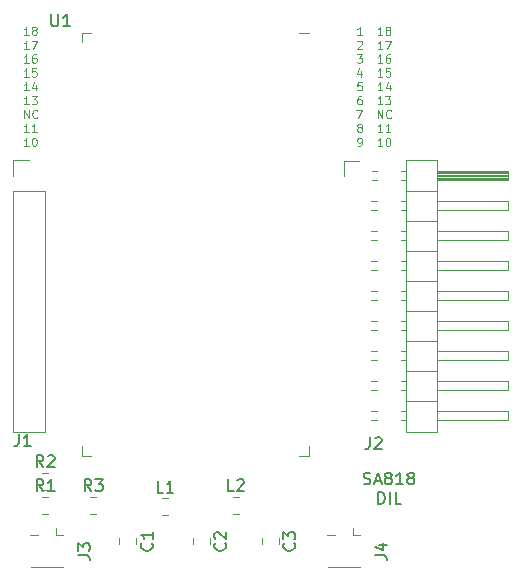
<source format=gbr>
G04 #@! TF.GenerationSoftware,KiCad,Pcbnew,5.1.5+dfsg1-2build2*
G04 #@! TF.CreationDate,2021-10-04T21:53:14-05:00*
G04 #@! TF.ProjectId,SA818_DIL,53413831-385f-4444-994c-2e6b69636164,rev?*
G04 #@! TF.SameCoordinates,Original*
G04 #@! TF.FileFunction,Legend,Top*
G04 #@! TF.FilePolarity,Positive*
%FSLAX46Y46*%
G04 Gerber Fmt 4.6, Leading zero omitted, Abs format (unit mm)*
G04 Created by KiCad (PCBNEW 5.1.5+dfsg1-2build2) date 2021-10-04 21:53:14*
%MOMM*%
%LPD*%
G04 APERTURE LIST*
%ADD10C,0.150000*%
%ADD11C,0.125000*%
%ADD12C,0.120000*%
G04 APERTURE END LIST*
D10*
X130318142Y-140041761D02*
X130461000Y-140089380D01*
X130699095Y-140089380D01*
X130794333Y-140041761D01*
X130841952Y-139994142D01*
X130889571Y-139898904D01*
X130889571Y-139803666D01*
X130841952Y-139708428D01*
X130794333Y-139660809D01*
X130699095Y-139613190D01*
X130508619Y-139565571D01*
X130413380Y-139517952D01*
X130365761Y-139470333D01*
X130318142Y-139375095D01*
X130318142Y-139279857D01*
X130365761Y-139184619D01*
X130413380Y-139137000D01*
X130508619Y-139089380D01*
X130746714Y-139089380D01*
X130889571Y-139137000D01*
X131270523Y-139803666D02*
X131746714Y-139803666D01*
X131175285Y-140089380D02*
X131508619Y-139089380D01*
X131841952Y-140089380D01*
X132318142Y-139517952D02*
X132222904Y-139470333D01*
X132175285Y-139422714D01*
X132127666Y-139327476D01*
X132127666Y-139279857D01*
X132175285Y-139184619D01*
X132222904Y-139137000D01*
X132318142Y-139089380D01*
X132508619Y-139089380D01*
X132603857Y-139137000D01*
X132651476Y-139184619D01*
X132699095Y-139279857D01*
X132699095Y-139327476D01*
X132651476Y-139422714D01*
X132603857Y-139470333D01*
X132508619Y-139517952D01*
X132318142Y-139517952D01*
X132222904Y-139565571D01*
X132175285Y-139613190D01*
X132127666Y-139708428D01*
X132127666Y-139898904D01*
X132175285Y-139994142D01*
X132222904Y-140041761D01*
X132318142Y-140089380D01*
X132508619Y-140089380D01*
X132603857Y-140041761D01*
X132651476Y-139994142D01*
X132699095Y-139898904D01*
X132699095Y-139708428D01*
X132651476Y-139613190D01*
X132603857Y-139565571D01*
X132508619Y-139517952D01*
X133651476Y-140089380D02*
X133080047Y-140089380D01*
X133365761Y-140089380D02*
X133365761Y-139089380D01*
X133270523Y-139232238D01*
X133175285Y-139327476D01*
X133080047Y-139375095D01*
X134222904Y-139517952D02*
X134127666Y-139470333D01*
X134080047Y-139422714D01*
X134032428Y-139327476D01*
X134032428Y-139279857D01*
X134080047Y-139184619D01*
X134127666Y-139137000D01*
X134222904Y-139089380D01*
X134413380Y-139089380D01*
X134508619Y-139137000D01*
X134556238Y-139184619D01*
X134603857Y-139279857D01*
X134603857Y-139327476D01*
X134556238Y-139422714D01*
X134508619Y-139470333D01*
X134413380Y-139517952D01*
X134222904Y-139517952D01*
X134127666Y-139565571D01*
X134080047Y-139613190D01*
X134032428Y-139708428D01*
X134032428Y-139898904D01*
X134080047Y-139994142D01*
X134127666Y-140041761D01*
X134222904Y-140089380D01*
X134413380Y-140089380D01*
X134508619Y-140041761D01*
X134556238Y-139994142D01*
X134603857Y-139898904D01*
X134603857Y-139708428D01*
X134556238Y-139613190D01*
X134508619Y-139565571D01*
X134413380Y-139517952D01*
X131556238Y-141739380D02*
X131556238Y-140739380D01*
X131794333Y-140739380D01*
X131937190Y-140787000D01*
X132032428Y-140882238D01*
X132080047Y-140977476D01*
X132127666Y-141167952D01*
X132127666Y-141310809D01*
X132080047Y-141501285D01*
X132032428Y-141596523D01*
X131937190Y-141691761D01*
X131794333Y-141739380D01*
X131556238Y-141739380D01*
X132556238Y-141739380D02*
X132556238Y-140739380D01*
X133508619Y-141739380D02*
X133032428Y-141739380D01*
X133032428Y-140739380D01*
D11*
X130191000Y-102042666D02*
X129791000Y-102042666D01*
X129991000Y-102042666D02*
X129991000Y-101342666D01*
X129924333Y-101442666D01*
X129857666Y-101509333D01*
X129791000Y-101542666D01*
X131924333Y-102042666D02*
X131524333Y-102042666D01*
X131724333Y-102042666D02*
X131724333Y-101342666D01*
X131657666Y-101442666D01*
X131591000Y-101509333D01*
X131524333Y-101542666D01*
X132324333Y-101642666D02*
X132257666Y-101609333D01*
X132224333Y-101576000D01*
X132191000Y-101509333D01*
X132191000Y-101476000D01*
X132224333Y-101409333D01*
X132257666Y-101376000D01*
X132324333Y-101342666D01*
X132457666Y-101342666D01*
X132524333Y-101376000D01*
X132557666Y-101409333D01*
X132591000Y-101476000D01*
X132591000Y-101509333D01*
X132557666Y-101576000D01*
X132524333Y-101609333D01*
X132457666Y-101642666D01*
X132324333Y-101642666D01*
X132257666Y-101676000D01*
X132224333Y-101709333D01*
X132191000Y-101776000D01*
X132191000Y-101909333D01*
X132224333Y-101976000D01*
X132257666Y-102009333D01*
X132324333Y-102042666D01*
X132457666Y-102042666D01*
X132524333Y-102009333D01*
X132557666Y-101976000D01*
X132591000Y-101909333D01*
X132591000Y-101776000D01*
X132557666Y-101709333D01*
X132524333Y-101676000D01*
X132457666Y-101642666D01*
X129791000Y-102584333D02*
X129824333Y-102551000D01*
X129891000Y-102517666D01*
X130057666Y-102517666D01*
X130124333Y-102551000D01*
X130157666Y-102584333D01*
X130191000Y-102651000D01*
X130191000Y-102717666D01*
X130157666Y-102817666D01*
X129757666Y-103217666D01*
X130191000Y-103217666D01*
X131924333Y-103217666D02*
X131524333Y-103217666D01*
X131724333Y-103217666D02*
X131724333Y-102517666D01*
X131657666Y-102617666D01*
X131591000Y-102684333D01*
X131524333Y-102717666D01*
X132157666Y-102517666D02*
X132624333Y-102517666D01*
X132324333Y-103217666D01*
X129757666Y-103692666D02*
X130191000Y-103692666D01*
X129957666Y-103959333D01*
X130057666Y-103959333D01*
X130124333Y-103992666D01*
X130157666Y-104026000D01*
X130191000Y-104092666D01*
X130191000Y-104259333D01*
X130157666Y-104326000D01*
X130124333Y-104359333D01*
X130057666Y-104392666D01*
X129857666Y-104392666D01*
X129791000Y-104359333D01*
X129757666Y-104326000D01*
X131924333Y-104392666D02*
X131524333Y-104392666D01*
X131724333Y-104392666D02*
X131724333Y-103692666D01*
X131657666Y-103792666D01*
X131591000Y-103859333D01*
X131524333Y-103892666D01*
X132524333Y-103692666D02*
X132391000Y-103692666D01*
X132324333Y-103726000D01*
X132291000Y-103759333D01*
X132224333Y-103859333D01*
X132191000Y-103992666D01*
X132191000Y-104259333D01*
X132224333Y-104326000D01*
X132257666Y-104359333D01*
X132324333Y-104392666D01*
X132457666Y-104392666D01*
X132524333Y-104359333D01*
X132557666Y-104326000D01*
X132591000Y-104259333D01*
X132591000Y-104092666D01*
X132557666Y-104026000D01*
X132524333Y-103992666D01*
X132457666Y-103959333D01*
X132324333Y-103959333D01*
X132257666Y-103992666D01*
X132224333Y-104026000D01*
X132191000Y-104092666D01*
X130124333Y-105101000D02*
X130124333Y-105567666D01*
X129957666Y-104834333D02*
X129791000Y-105334333D01*
X130224333Y-105334333D01*
X131924333Y-105567666D02*
X131524333Y-105567666D01*
X131724333Y-105567666D02*
X131724333Y-104867666D01*
X131657666Y-104967666D01*
X131591000Y-105034333D01*
X131524333Y-105067666D01*
X132557666Y-104867666D02*
X132224333Y-104867666D01*
X132191000Y-105201000D01*
X132224333Y-105167666D01*
X132291000Y-105134333D01*
X132457666Y-105134333D01*
X132524333Y-105167666D01*
X132557666Y-105201000D01*
X132591000Y-105267666D01*
X132591000Y-105434333D01*
X132557666Y-105501000D01*
X132524333Y-105534333D01*
X132457666Y-105567666D01*
X132291000Y-105567666D01*
X132224333Y-105534333D01*
X132191000Y-105501000D01*
X130157666Y-106042666D02*
X129824333Y-106042666D01*
X129791000Y-106376000D01*
X129824333Y-106342666D01*
X129891000Y-106309333D01*
X130057666Y-106309333D01*
X130124333Y-106342666D01*
X130157666Y-106376000D01*
X130191000Y-106442666D01*
X130191000Y-106609333D01*
X130157666Y-106676000D01*
X130124333Y-106709333D01*
X130057666Y-106742666D01*
X129891000Y-106742666D01*
X129824333Y-106709333D01*
X129791000Y-106676000D01*
X131924333Y-106742666D02*
X131524333Y-106742666D01*
X131724333Y-106742666D02*
X131724333Y-106042666D01*
X131657666Y-106142666D01*
X131591000Y-106209333D01*
X131524333Y-106242666D01*
X132524333Y-106276000D02*
X132524333Y-106742666D01*
X132357666Y-106009333D02*
X132191000Y-106509333D01*
X132624333Y-106509333D01*
X130124333Y-107217666D02*
X129991000Y-107217666D01*
X129924333Y-107251000D01*
X129891000Y-107284333D01*
X129824333Y-107384333D01*
X129791000Y-107517666D01*
X129791000Y-107784333D01*
X129824333Y-107851000D01*
X129857666Y-107884333D01*
X129924333Y-107917666D01*
X130057666Y-107917666D01*
X130124333Y-107884333D01*
X130157666Y-107851000D01*
X130191000Y-107784333D01*
X130191000Y-107617666D01*
X130157666Y-107551000D01*
X130124333Y-107517666D01*
X130057666Y-107484333D01*
X129924333Y-107484333D01*
X129857666Y-107517666D01*
X129824333Y-107551000D01*
X129791000Y-107617666D01*
X131924333Y-107917666D02*
X131524333Y-107917666D01*
X131724333Y-107917666D02*
X131724333Y-107217666D01*
X131657666Y-107317666D01*
X131591000Y-107384333D01*
X131524333Y-107417666D01*
X132157666Y-107217666D02*
X132591000Y-107217666D01*
X132357666Y-107484333D01*
X132457666Y-107484333D01*
X132524333Y-107517666D01*
X132557666Y-107551000D01*
X132591000Y-107617666D01*
X132591000Y-107784333D01*
X132557666Y-107851000D01*
X132524333Y-107884333D01*
X132457666Y-107917666D01*
X132257666Y-107917666D01*
X132191000Y-107884333D01*
X132157666Y-107851000D01*
X129707666Y-108392666D02*
X130174333Y-108392666D01*
X129874333Y-109092666D01*
X131507666Y-109092666D02*
X131507666Y-108392666D01*
X131907666Y-109092666D01*
X131907666Y-108392666D01*
X132641000Y-109026000D02*
X132607666Y-109059333D01*
X132507666Y-109092666D01*
X132441000Y-109092666D01*
X132341000Y-109059333D01*
X132274333Y-108992666D01*
X132241000Y-108926000D01*
X132207666Y-108792666D01*
X132207666Y-108692666D01*
X132241000Y-108559333D01*
X132274333Y-108492666D01*
X132341000Y-108426000D01*
X132441000Y-108392666D01*
X132507666Y-108392666D01*
X132607666Y-108426000D01*
X132641000Y-108459333D01*
X129924333Y-109867666D02*
X129857666Y-109834333D01*
X129824333Y-109801000D01*
X129791000Y-109734333D01*
X129791000Y-109701000D01*
X129824333Y-109634333D01*
X129857666Y-109601000D01*
X129924333Y-109567666D01*
X130057666Y-109567666D01*
X130124333Y-109601000D01*
X130157666Y-109634333D01*
X130191000Y-109701000D01*
X130191000Y-109734333D01*
X130157666Y-109801000D01*
X130124333Y-109834333D01*
X130057666Y-109867666D01*
X129924333Y-109867666D01*
X129857666Y-109901000D01*
X129824333Y-109934333D01*
X129791000Y-110001000D01*
X129791000Y-110134333D01*
X129824333Y-110201000D01*
X129857666Y-110234333D01*
X129924333Y-110267666D01*
X130057666Y-110267666D01*
X130124333Y-110234333D01*
X130157666Y-110201000D01*
X130191000Y-110134333D01*
X130191000Y-110001000D01*
X130157666Y-109934333D01*
X130124333Y-109901000D01*
X130057666Y-109867666D01*
X131924333Y-110267666D02*
X131524333Y-110267666D01*
X131724333Y-110267666D02*
X131724333Y-109567666D01*
X131657666Y-109667666D01*
X131591000Y-109734333D01*
X131524333Y-109767666D01*
X132591000Y-110267666D02*
X132191000Y-110267666D01*
X132391000Y-110267666D02*
X132391000Y-109567666D01*
X132324333Y-109667666D01*
X132257666Y-109734333D01*
X132191000Y-109767666D01*
X129857666Y-111442666D02*
X129991000Y-111442666D01*
X130057666Y-111409333D01*
X130091000Y-111376000D01*
X130157666Y-111276000D01*
X130191000Y-111142666D01*
X130191000Y-110876000D01*
X130157666Y-110809333D01*
X130124333Y-110776000D01*
X130057666Y-110742666D01*
X129924333Y-110742666D01*
X129857666Y-110776000D01*
X129824333Y-110809333D01*
X129791000Y-110876000D01*
X129791000Y-111042666D01*
X129824333Y-111109333D01*
X129857666Y-111142666D01*
X129924333Y-111176000D01*
X130057666Y-111176000D01*
X130124333Y-111142666D01*
X130157666Y-111109333D01*
X130191000Y-111042666D01*
X131924333Y-111442666D02*
X131524333Y-111442666D01*
X131724333Y-111442666D02*
X131724333Y-110742666D01*
X131657666Y-110842666D01*
X131591000Y-110909333D01*
X131524333Y-110942666D01*
X132357666Y-110742666D02*
X132424333Y-110742666D01*
X132491000Y-110776000D01*
X132524333Y-110809333D01*
X132557666Y-110876000D01*
X132591000Y-111009333D01*
X132591000Y-111176000D01*
X132557666Y-111309333D01*
X132524333Y-111376000D01*
X132491000Y-111409333D01*
X132424333Y-111442666D01*
X132357666Y-111442666D01*
X132291000Y-111409333D01*
X132257666Y-111376000D01*
X132224333Y-111309333D01*
X132191000Y-111176000D01*
X132191000Y-111009333D01*
X132224333Y-110876000D01*
X132257666Y-110809333D01*
X132291000Y-110776000D01*
X132357666Y-110742666D01*
X101974666Y-102042666D02*
X101574666Y-102042666D01*
X101774666Y-102042666D02*
X101774666Y-101342666D01*
X101708000Y-101442666D01*
X101641333Y-101509333D01*
X101574666Y-101542666D01*
X102374666Y-101642666D02*
X102308000Y-101609333D01*
X102274666Y-101576000D01*
X102241333Y-101509333D01*
X102241333Y-101476000D01*
X102274666Y-101409333D01*
X102308000Y-101376000D01*
X102374666Y-101342666D01*
X102508000Y-101342666D01*
X102574666Y-101376000D01*
X102608000Y-101409333D01*
X102641333Y-101476000D01*
X102641333Y-101509333D01*
X102608000Y-101576000D01*
X102574666Y-101609333D01*
X102508000Y-101642666D01*
X102374666Y-101642666D01*
X102308000Y-101676000D01*
X102274666Y-101709333D01*
X102241333Y-101776000D01*
X102241333Y-101909333D01*
X102274666Y-101976000D01*
X102308000Y-102009333D01*
X102374666Y-102042666D01*
X102508000Y-102042666D01*
X102574666Y-102009333D01*
X102608000Y-101976000D01*
X102641333Y-101909333D01*
X102641333Y-101776000D01*
X102608000Y-101709333D01*
X102574666Y-101676000D01*
X102508000Y-101642666D01*
X101974666Y-103217666D02*
X101574666Y-103217666D01*
X101774666Y-103217666D02*
X101774666Y-102517666D01*
X101708000Y-102617666D01*
X101641333Y-102684333D01*
X101574666Y-102717666D01*
X102208000Y-102517666D02*
X102674666Y-102517666D01*
X102374666Y-103217666D01*
X101974666Y-104392666D02*
X101574666Y-104392666D01*
X101774666Y-104392666D02*
X101774666Y-103692666D01*
X101708000Y-103792666D01*
X101641333Y-103859333D01*
X101574666Y-103892666D01*
X102574666Y-103692666D02*
X102441333Y-103692666D01*
X102374666Y-103726000D01*
X102341333Y-103759333D01*
X102274666Y-103859333D01*
X102241333Y-103992666D01*
X102241333Y-104259333D01*
X102274666Y-104326000D01*
X102308000Y-104359333D01*
X102374666Y-104392666D01*
X102508000Y-104392666D01*
X102574666Y-104359333D01*
X102608000Y-104326000D01*
X102641333Y-104259333D01*
X102641333Y-104092666D01*
X102608000Y-104026000D01*
X102574666Y-103992666D01*
X102508000Y-103959333D01*
X102374666Y-103959333D01*
X102308000Y-103992666D01*
X102274666Y-104026000D01*
X102241333Y-104092666D01*
X101974666Y-105567666D02*
X101574666Y-105567666D01*
X101774666Y-105567666D02*
X101774666Y-104867666D01*
X101708000Y-104967666D01*
X101641333Y-105034333D01*
X101574666Y-105067666D01*
X102608000Y-104867666D02*
X102274666Y-104867666D01*
X102241333Y-105201000D01*
X102274666Y-105167666D01*
X102341333Y-105134333D01*
X102508000Y-105134333D01*
X102574666Y-105167666D01*
X102608000Y-105201000D01*
X102641333Y-105267666D01*
X102641333Y-105434333D01*
X102608000Y-105501000D01*
X102574666Y-105534333D01*
X102508000Y-105567666D01*
X102341333Y-105567666D01*
X102274666Y-105534333D01*
X102241333Y-105501000D01*
X101974666Y-106742666D02*
X101574666Y-106742666D01*
X101774666Y-106742666D02*
X101774666Y-106042666D01*
X101708000Y-106142666D01*
X101641333Y-106209333D01*
X101574666Y-106242666D01*
X102574666Y-106276000D02*
X102574666Y-106742666D01*
X102408000Y-106009333D02*
X102241333Y-106509333D01*
X102674666Y-106509333D01*
X101974666Y-107917666D02*
X101574666Y-107917666D01*
X101774666Y-107917666D02*
X101774666Y-107217666D01*
X101708000Y-107317666D01*
X101641333Y-107384333D01*
X101574666Y-107417666D01*
X102208000Y-107217666D02*
X102641333Y-107217666D01*
X102408000Y-107484333D01*
X102508000Y-107484333D01*
X102574666Y-107517666D01*
X102608000Y-107551000D01*
X102641333Y-107617666D01*
X102641333Y-107784333D01*
X102608000Y-107851000D01*
X102574666Y-107884333D01*
X102508000Y-107917666D01*
X102308000Y-107917666D01*
X102241333Y-107884333D01*
X102208000Y-107851000D01*
X101558000Y-109092666D02*
X101558000Y-108392666D01*
X101958000Y-109092666D01*
X101958000Y-108392666D01*
X102691333Y-109026000D02*
X102658000Y-109059333D01*
X102558000Y-109092666D01*
X102491333Y-109092666D01*
X102391333Y-109059333D01*
X102324666Y-108992666D01*
X102291333Y-108926000D01*
X102258000Y-108792666D01*
X102258000Y-108692666D01*
X102291333Y-108559333D01*
X102324666Y-108492666D01*
X102391333Y-108426000D01*
X102491333Y-108392666D01*
X102558000Y-108392666D01*
X102658000Y-108426000D01*
X102691333Y-108459333D01*
X101974666Y-110267666D02*
X101574666Y-110267666D01*
X101774666Y-110267666D02*
X101774666Y-109567666D01*
X101708000Y-109667666D01*
X101641333Y-109734333D01*
X101574666Y-109767666D01*
X102641333Y-110267666D02*
X102241333Y-110267666D01*
X102441333Y-110267666D02*
X102441333Y-109567666D01*
X102374666Y-109667666D01*
X102308000Y-109734333D01*
X102241333Y-109767666D01*
X101974666Y-111442666D02*
X101574666Y-111442666D01*
X101774666Y-111442666D02*
X101774666Y-110742666D01*
X101708000Y-110842666D01*
X101641333Y-110909333D01*
X101574666Y-110942666D01*
X102408000Y-110742666D02*
X102474666Y-110742666D01*
X102541333Y-110776000D01*
X102574666Y-110809333D01*
X102608000Y-110876000D01*
X102641333Y-111009333D01*
X102641333Y-111176000D01*
X102608000Y-111309333D01*
X102574666Y-111376000D01*
X102541333Y-111409333D01*
X102474666Y-111442666D01*
X102408000Y-111442666D01*
X102341333Y-111409333D01*
X102308000Y-111376000D01*
X102274666Y-111309333D01*
X102241333Y-111176000D01*
X102241333Y-111009333D01*
X102274666Y-110876000D01*
X102308000Y-110809333D01*
X102341333Y-110776000D01*
X102408000Y-110742666D01*
D12*
X130051000Y-144403000D02*
X129411000Y-144403000D01*
X127251000Y-144403000D02*
X127891000Y-144403000D01*
X129411000Y-144403000D02*
X129411000Y-143773000D01*
X130001000Y-147123000D02*
X127301000Y-147123000D01*
X107180748Y-142569000D02*
X107703252Y-142569000D01*
X107180748Y-141149000D02*
X107703252Y-141149000D01*
X103116748Y-140537000D02*
X103639252Y-140537000D01*
X103116748Y-139117000D02*
X103639252Y-139117000D01*
X119245748Y-142569000D02*
X119768252Y-142569000D01*
X119245748Y-141149000D02*
X119768252Y-141149000D01*
X113276748Y-142696000D02*
X113799252Y-142696000D01*
X113276748Y-141276000D02*
X113799252Y-141276000D01*
X121718000Y-144645748D02*
X121718000Y-145168252D01*
X123138000Y-144645748D02*
X123138000Y-145168252D01*
X115876000Y-144645748D02*
X115876000Y-145168252D01*
X117296000Y-144645748D02*
X117296000Y-145168252D01*
X109653000Y-144645748D02*
X109653000Y-145168252D01*
X111073000Y-144645748D02*
X111073000Y-145168252D01*
X103116748Y-142569000D02*
X103639252Y-142569000D01*
X103116748Y-141149000D02*
X103639252Y-141149000D01*
X104900000Y-144403000D02*
X104260000Y-144403000D01*
X102100000Y-144403000D02*
X102740000Y-144403000D01*
X104260000Y-144403000D02*
X104260000Y-143773000D01*
X104850000Y-147123000D02*
X102150000Y-147123000D01*
X128651000Y-112700000D02*
X129921000Y-112700000D01*
X128651000Y-113970000D02*
X128651000Y-112700000D01*
X130963929Y-134670000D02*
X131418071Y-134670000D01*
X130963929Y-133910000D02*
X131418071Y-133910000D01*
X133503929Y-134670000D02*
X133901000Y-134670000D01*
X133503929Y-133910000D02*
X133901000Y-133910000D01*
X142561000Y-134670000D02*
X136561000Y-134670000D01*
X142561000Y-133910000D02*
X142561000Y-134670000D01*
X136561000Y-133910000D02*
X142561000Y-133910000D01*
X133901000Y-133020000D02*
X136561000Y-133020000D01*
X130963929Y-132130000D02*
X131418071Y-132130000D01*
X130963929Y-131370000D02*
X131418071Y-131370000D01*
X133503929Y-132130000D02*
X133901000Y-132130000D01*
X133503929Y-131370000D02*
X133901000Y-131370000D01*
X142561000Y-132130000D02*
X136561000Y-132130000D01*
X142561000Y-131370000D02*
X142561000Y-132130000D01*
X136561000Y-131370000D02*
X142561000Y-131370000D01*
X133901000Y-130480000D02*
X136561000Y-130480000D01*
X130963929Y-129590000D02*
X131418071Y-129590000D01*
X130963929Y-128830000D02*
X131418071Y-128830000D01*
X133503929Y-129590000D02*
X133901000Y-129590000D01*
X133503929Y-128830000D02*
X133901000Y-128830000D01*
X142561000Y-129590000D02*
X136561000Y-129590000D01*
X142561000Y-128830000D02*
X142561000Y-129590000D01*
X136561000Y-128830000D02*
X142561000Y-128830000D01*
X133901000Y-127940000D02*
X136561000Y-127940000D01*
X130963929Y-127050000D02*
X131418071Y-127050000D01*
X130963929Y-126290000D02*
X131418071Y-126290000D01*
X133503929Y-127050000D02*
X133901000Y-127050000D01*
X133503929Y-126290000D02*
X133901000Y-126290000D01*
X142561000Y-127050000D02*
X136561000Y-127050000D01*
X142561000Y-126290000D02*
X142561000Y-127050000D01*
X136561000Y-126290000D02*
X142561000Y-126290000D01*
X133901000Y-125400000D02*
X136561000Y-125400000D01*
X130963929Y-124510000D02*
X131418071Y-124510000D01*
X130963929Y-123750000D02*
X131418071Y-123750000D01*
X133503929Y-124510000D02*
X133901000Y-124510000D01*
X133503929Y-123750000D02*
X133901000Y-123750000D01*
X142561000Y-124510000D02*
X136561000Y-124510000D01*
X142561000Y-123750000D02*
X142561000Y-124510000D01*
X136561000Y-123750000D02*
X142561000Y-123750000D01*
X133901000Y-122860000D02*
X136561000Y-122860000D01*
X130963929Y-121970000D02*
X131418071Y-121970000D01*
X130963929Y-121210000D02*
X131418071Y-121210000D01*
X133503929Y-121970000D02*
X133901000Y-121970000D01*
X133503929Y-121210000D02*
X133901000Y-121210000D01*
X142561000Y-121970000D02*
X136561000Y-121970000D01*
X142561000Y-121210000D02*
X142561000Y-121970000D01*
X136561000Y-121210000D02*
X142561000Y-121210000D01*
X133901000Y-120320000D02*
X136561000Y-120320000D01*
X130963929Y-119430000D02*
X131418071Y-119430000D01*
X130963929Y-118670000D02*
X131418071Y-118670000D01*
X133503929Y-119430000D02*
X133901000Y-119430000D01*
X133503929Y-118670000D02*
X133901000Y-118670000D01*
X142561000Y-119430000D02*
X136561000Y-119430000D01*
X142561000Y-118670000D02*
X142561000Y-119430000D01*
X136561000Y-118670000D02*
X142561000Y-118670000D01*
X133901000Y-117780000D02*
X136561000Y-117780000D01*
X130963929Y-116890000D02*
X131418071Y-116890000D01*
X130963929Y-116130000D02*
X131418071Y-116130000D01*
X133503929Y-116890000D02*
X133901000Y-116890000D01*
X133503929Y-116130000D02*
X133901000Y-116130000D01*
X142561000Y-116890000D02*
X136561000Y-116890000D01*
X142561000Y-116130000D02*
X142561000Y-116890000D01*
X136561000Y-116130000D02*
X142561000Y-116130000D01*
X133901000Y-115240000D02*
X136561000Y-115240000D01*
X131031000Y-114350000D02*
X131418071Y-114350000D01*
X131031000Y-113590000D02*
X131418071Y-113590000D01*
X133503929Y-114350000D02*
X133901000Y-114350000D01*
X133503929Y-113590000D02*
X133901000Y-113590000D01*
X136561000Y-114250000D02*
X142561000Y-114250000D01*
X136561000Y-114130000D02*
X142561000Y-114130000D01*
X136561000Y-114010000D02*
X142561000Y-114010000D01*
X136561000Y-113890000D02*
X142561000Y-113890000D01*
X136561000Y-113770000D02*
X142561000Y-113770000D01*
X136561000Y-113650000D02*
X142561000Y-113650000D01*
X142561000Y-114350000D02*
X136561000Y-114350000D01*
X142561000Y-113590000D02*
X142561000Y-114350000D01*
X136561000Y-113590000D02*
X142561000Y-113590000D01*
X136561000Y-112640000D02*
X133901000Y-112640000D01*
X136561000Y-135620000D02*
X136561000Y-112640000D01*
X133901000Y-135620000D02*
X136561000Y-135620000D01*
X133901000Y-112640000D02*
X133901000Y-135620000D01*
X100651000Y-112640000D02*
X101981000Y-112640000D01*
X100651000Y-113970000D02*
X100651000Y-112640000D01*
X100651000Y-115240000D02*
X103311000Y-115240000D01*
X103311000Y-115240000D02*
X103311000Y-135620000D01*
X100651000Y-115240000D02*
X100651000Y-135620000D01*
X100651000Y-135620000D02*
X103311000Y-135620000D01*
X106458000Y-101841000D02*
X107278000Y-101841000D01*
X106458000Y-102661000D02*
X106458000Y-101841000D01*
X125698000Y-101841000D02*
X124878000Y-101841000D01*
X106458000Y-136861000D02*
X106458000Y-137681000D01*
X107278000Y-137681000D02*
X106458000Y-137681000D01*
X125698000Y-136861000D02*
X125698000Y-137681000D01*
X124878000Y-137681000D02*
X125698000Y-137681000D01*
D10*
X131303380Y-146096333D02*
X132017666Y-146096333D01*
X132160523Y-146143952D01*
X132255761Y-146239190D01*
X132303380Y-146382047D01*
X132303380Y-146477285D01*
X131636714Y-145191571D02*
X132303380Y-145191571D01*
X131255761Y-145429666D02*
X131970047Y-145667761D01*
X131970047Y-145048714D01*
X107275333Y-140661380D02*
X106942000Y-140185190D01*
X106703904Y-140661380D02*
X106703904Y-139661380D01*
X107084857Y-139661380D01*
X107180095Y-139709000D01*
X107227714Y-139756619D01*
X107275333Y-139851857D01*
X107275333Y-139994714D01*
X107227714Y-140089952D01*
X107180095Y-140137571D01*
X107084857Y-140185190D01*
X106703904Y-140185190D01*
X107608666Y-139661380D02*
X108227714Y-139661380D01*
X107894380Y-140042333D01*
X108037238Y-140042333D01*
X108132476Y-140089952D01*
X108180095Y-140137571D01*
X108227714Y-140232809D01*
X108227714Y-140470904D01*
X108180095Y-140566142D01*
X108132476Y-140613761D01*
X108037238Y-140661380D01*
X107751523Y-140661380D01*
X107656285Y-140613761D01*
X107608666Y-140566142D01*
X103211333Y-138629380D02*
X102878000Y-138153190D01*
X102639904Y-138629380D02*
X102639904Y-137629380D01*
X103020857Y-137629380D01*
X103116095Y-137677000D01*
X103163714Y-137724619D01*
X103211333Y-137819857D01*
X103211333Y-137962714D01*
X103163714Y-138057952D01*
X103116095Y-138105571D01*
X103020857Y-138153190D01*
X102639904Y-138153190D01*
X103592285Y-137724619D02*
X103639904Y-137677000D01*
X103735142Y-137629380D01*
X103973238Y-137629380D01*
X104068476Y-137677000D01*
X104116095Y-137724619D01*
X104163714Y-137819857D01*
X104163714Y-137915095D01*
X104116095Y-138057952D01*
X103544666Y-138629380D01*
X104163714Y-138629380D01*
X119340333Y-140661380D02*
X118864142Y-140661380D01*
X118864142Y-139661380D01*
X119626047Y-139756619D02*
X119673666Y-139709000D01*
X119768904Y-139661380D01*
X120007000Y-139661380D01*
X120102238Y-139709000D01*
X120149857Y-139756619D01*
X120197476Y-139851857D01*
X120197476Y-139947095D01*
X120149857Y-140089952D01*
X119578428Y-140661380D01*
X120197476Y-140661380D01*
X113371333Y-140788380D02*
X112895142Y-140788380D01*
X112895142Y-139788380D01*
X114228476Y-140788380D02*
X113657047Y-140788380D01*
X113942761Y-140788380D02*
X113942761Y-139788380D01*
X113847523Y-139931238D01*
X113752285Y-140026476D01*
X113657047Y-140074095D01*
X124435142Y-145073666D02*
X124482761Y-145121285D01*
X124530380Y-145264142D01*
X124530380Y-145359380D01*
X124482761Y-145502238D01*
X124387523Y-145597476D01*
X124292285Y-145645095D01*
X124101809Y-145692714D01*
X123958952Y-145692714D01*
X123768476Y-145645095D01*
X123673238Y-145597476D01*
X123578000Y-145502238D01*
X123530380Y-145359380D01*
X123530380Y-145264142D01*
X123578000Y-145121285D01*
X123625619Y-145073666D01*
X123530380Y-144740333D02*
X123530380Y-144121285D01*
X123911333Y-144454619D01*
X123911333Y-144311761D01*
X123958952Y-144216523D01*
X124006571Y-144168904D01*
X124101809Y-144121285D01*
X124339904Y-144121285D01*
X124435142Y-144168904D01*
X124482761Y-144216523D01*
X124530380Y-144311761D01*
X124530380Y-144597476D01*
X124482761Y-144692714D01*
X124435142Y-144740333D01*
X118593142Y-145073666D02*
X118640761Y-145121285D01*
X118688380Y-145264142D01*
X118688380Y-145359380D01*
X118640761Y-145502238D01*
X118545523Y-145597476D01*
X118450285Y-145645095D01*
X118259809Y-145692714D01*
X118116952Y-145692714D01*
X117926476Y-145645095D01*
X117831238Y-145597476D01*
X117736000Y-145502238D01*
X117688380Y-145359380D01*
X117688380Y-145264142D01*
X117736000Y-145121285D01*
X117783619Y-145073666D01*
X117783619Y-144692714D02*
X117736000Y-144645095D01*
X117688380Y-144549857D01*
X117688380Y-144311761D01*
X117736000Y-144216523D01*
X117783619Y-144168904D01*
X117878857Y-144121285D01*
X117974095Y-144121285D01*
X118116952Y-144168904D01*
X118688380Y-144740333D01*
X118688380Y-144121285D01*
X112370142Y-145073666D02*
X112417761Y-145121285D01*
X112465380Y-145264142D01*
X112465380Y-145359380D01*
X112417761Y-145502238D01*
X112322523Y-145597476D01*
X112227285Y-145645095D01*
X112036809Y-145692714D01*
X111893952Y-145692714D01*
X111703476Y-145645095D01*
X111608238Y-145597476D01*
X111513000Y-145502238D01*
X111465380Y-145359380D01*
X111465380Y-145264142D01*
X111513000Y-145121285D01*
X111560619Y-145073666D01*
X112465380Y-144121285D02*
X112465380Y-144692714D01*
X112465380Y-144407000D02*
X111465380Y-144407000D01*
X111608238Y-144502238D01*
X111703476Y-144597476D01*
X111751095Y-144692714D01*
X103211333Y-140661380D02*
X102878000Y-140185190D01*
X102639904Y-140661380D02*
X102639904Y-139661380D01*
X103020857Y-139661380D01*
X103116095Y-139709000D01*
X103163714Y-139756619D01*
X103211333Y-139851857D01*
X103211333Y-139994714D01*
X103163714Y-140089952D01*
X103116095Y-140137571D01*
X103020857Y-140185190D01*
X102639904Y-140185190D01*
X104163714Y-140661380D02*
X103592285Y-140661380D01*
X103878000Y-140661380D02*
X103878000Y-139661380D01*
X103782761Y-139804238D01*
X103687523Y-139899476D01*
X103592285Y-139947095D01*
X106152380Y-146096333D02*
X106866666Y-146096333D01*
X107009523Y-146143952D01*
X107104761Y-146239190D01*
X107152380Y-146382047D01*
X107152380Y-146477285D01*
X106152380Y-145715380D02*
X106152380Y-145096333D01*
X106533333Y-145429666D01*
X106533333Y-145286809D01*
X106580952Y-145191571D01*
X106628571Y-145143952D01*
X106723809Y-145096333D01*
X106961904Y-145096333D01*
X107057142Y-145143952D01*
X107104761Y-145191571D01*
X107152380Y-145286809D01*
X107152380Y-145572523D01*
X107104761Y-145667761D01*
X107057142Y-145715380D01*
X130857666Y-136104380D02*
X130857666Y-136818666D01*
X130810047Y-136961523D01*
X130714809Y-137056761D01*
X130571952Y-137104380D01*
X130476714Y-137104380D01*
X131286238Y-136199619D02*
X131333857Y-136152000D01*
X131429095Y-136104380D01*
X131667190Y-136104380D01*
X131762428Y-136152000D01*
X131810047Y-136199619D01*
X131857666Y-136294857D01*
X131857666Y-136390095D01*
X131810047Y-136532952D01*
X131238619Y-137104380D01*
X131857666Y-137104380D01*
X101139666Y-135850380D02*
X101139666Y-136564666D01*
X101092047Y-136707523D01*
X100996809Y-136802761D01*
X100853952Y-136850380D01*
X100758714Y-136850380D01*
X102139666Y-136850380D02*
X101568238Y-136850380D01*
X101853952Y-136850380D02*
X101853952Y-135850380D01*
X101758714Y-135993238D01*
X101663476Y-136088476D01*
X101568238Y-136136095D01*
X103886095Y-100290380D02*
X103886095Y-101099904D01*
X103933714Y-101195142D01*
X103981333Y-101242761D01*
X104076571Y-101290380D01*
X104267047Y-101290380D01*
X104362285Y-101242761D01*
X104409904Y-101195142D01*
X104457523Y-101099904D01*
X104457523Y-100290380D01*
X105457523Y-101290380D02*
X104886095Y-101290380D01*
X105171809Y-101290380D02*
X105171809Y-100290380D01*
X105076571Y-100433238D01*
X104981333Y-100528476D01*
X104886095Y-100576095D01*
M02*

</source>
